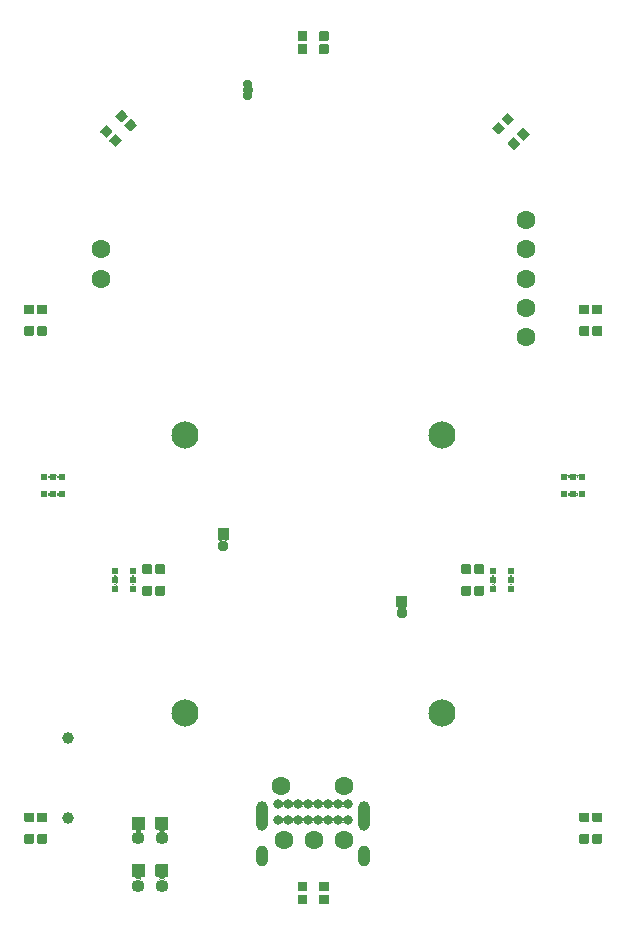
<source format=gbr>
G04 #@! TF.GenerationSoftware,KiCad,Pcbnew,5.1.7-a382d34a8~87~ubuntu18.04.1*
G04 #@! TF.CreationDate,2020-11-02T17:14:04+01:00*
G04 #@! TF.ProjectId,synermycha-electronics,73796e65-726d-4796-9368-612d656c6563,rev?*
G04 #@! TF.SameCoordinates,Original*
G04 #@! TF.FileFunction,Soldermask,Bot*
G04 #@! TF.FilePolarity,Negative*
%FSLAX46Y46*%
G04 Gerber Fmt 4.6, Leading zero omitted, Abs format (unit mm)*
G04 Created by KiCad (PCBNEW 5.1.7-a382d34a8~87~ubuntu18.04.1) date 2020-11-02 17:14:04*
%MOMM*%
%LPD*%
G01*
G04 APERTURE LIST*
%ADD10C,0.602000*%
%ADD11C,1.602000*%
%ADD12C,0.802000*%
%ADD13O,1.002000X2.502000*%
%ADD14O,1.002000X1.802000*%
%ADD15O,0.952000X0.952000*%
%ADD16C,1.002000*%
%ADD17C,2.302000*%
%ADD18C,0.902000*%
%ADD19O,1.102000X1.102000*%
%ADD20C,0.100000*%
G04 APERTURE END LIST*
D10*
X29750000Y-152000000D03*
X28250000Y-152000000D03*
X29750000Y-152750000D03*
X29750000Y-151250000D03*
X28250000Y-151250000D03*
X28250000Y-152750000D03*
X23000000Y-144750000D03*
X23000000Y-143250000D03*
X22250000Y-144750000D03*
X23750000Y-144750000D03*
X23750000Y-143250000D03*
X22250000Y-143250000D03*
X67000000Y-144750000D03*
X67000000Y-143250000D03*
X66250000Y-144750000D03*
X67750000Y-144750000D03*
X67750000Y-143250000D03*
X66250000Y-143250000D03*
X61750000Y-151250000D03*
X61750000Y-152750000D03*
X60250000Y-152750000D03*
X60250000Y-151250000D03*
X61750000Y-152000000D03*
X60250000Y-152000000D03*
D11*
X42500000Y-174000000D03*
X45100000Y-174000000D03*
X63000000Y-121500000D03*
D12*
X42000000Y-171000000D03*
X42850000Y-171000000D03*
X43700000Y-171000000D03*
X44550000Y-171000000D03*
X45400000Y-171000000D03*
X46250000Y-171000000D03*
X47100000Y-171000000D03*
X47950000Y-171000000D03*
X42850000Y-172350000D03*
X44550000Y-172350000D03*
X43700000Y-172350000D03*
X42000000Y-172350000D03*
X46250000Y-172350000D03*
X47100000Y-172350000D03*
X47950000Y-172350000D03*
X45400000Y-172350000D03*
D13*
X40650000Y-171980000D03*
X49300000Y-171980000D03*
D14*
X40650000Y-175360000D03*
X49300000Y-175360000D03*
D11*
X47600000Y-169400000D03*
X42250000Y-169400000D03*
X47600000Y-174000000D03*
X27000000Y-124000000D03*
X27000000Y-126500000D03*
X63000000Y-124000000D03*
X63000000Y-126500000D03*
X63000000Y-131400000D03*
X63000000Y-129000000D03*
G36*
G01*
X30549000Y-153265001D02*
X30549000Y-152564999D01*
G75*
G02*
X30599999Y-152514000I50999J0D01*
G01*
X31300001Y-152514000D01*
G75*
G02*
X31351000Y-152564999I0J-50999D01*
G01*
X31351000Y-153265001D01*
G75*
G02*
X31300001Y-153316000I-50999J0D01*
G01*
X30599999Y-153316000D01*
G75*
G02*
X30549000Y-153265001I0J50999D01*
G01*
G37*
G36*
G01*
X31649000Y-153265001D02*
X31649000Y-152564999D01*
G75*
G02*
X31699999Y-152514000I50999J0D01*
G01*
X32400001Y-152514000D01*
G75*
G02*
X32451000Y-152564999I0J-50999D01*
G01*
X32451000Y-153265001D01*
G75*
G02*
X32400001Y-153316000I-50999J0D01*
G01*
X31699999Y-153316000D01*
G75*
G02*
X31649000Y-153265001I0J50999D01*
G01*
G37*
G36*
G01*
X31649000Y-151435001D02*
X31649000Y-150734999D01*
G75*
G02*
X31699999Y-150684000I50999J0D01*
G01*
X32400001Y-150684000D01*
G75*
G02*
X32451000Y-150734999I0J-50999D01*
G01*
X32451000Y-151435001D01*
G75*
G02*
X32400001Y-151486000I-50999J0D01*
G01*
X31699999Y-151486000D01*
G75*
G02*
X31649000Y-151435001I0J50999D01*
G01*
G37*
G36*
G01*
X30549000Y-151435001D02*
X30549000Y-150734999D01*
G75*
G02*
X30599999Y-150684000I50999J0D01*
G01*
X31300001Y-150684000D01*
G75*
G02*
X31351000Y-150734999I0J-50999D01*
G01*
X31351000Y-151435001D01*
G75*
G02*
X31300001Y-151486000I-50999J0D01*
G01*
X30599999Y-151486000D01*
G75*
G02*
X30549000Y-151435001I0J50999D01*
G01*
G37*
G36*
G01*
X20549000Y-131265001D02*
X20549000Y-130564999D01*
G75*
G02*
X20599999Y-130514000I50999J0D01*
G01*
X21300001Y-130514000D01*
G75*
G02*
X21351000Y-130564999I0J-50999D01*
G01*
X21351000Y-131265001D01*
G75*
G02*
X21300001Y-131316000I-50999J0D01*
G01*
X20599999Y-131316000D01*
G75*
G02*
X20549000Y-131265001I0J50999D01*
G01*
G37*
G36*
G01*
X21649000Y-131265001D02*
X21649000Y-130564999D01*
G75*
G02*
X21699999Y-130514000I50999J0D01*
G01*
X22400001Y-130514000D01*
G75*
G02*
X22451000Y-130564999I0J-50999D01*
G01*
X22451000Y-131265001D01*
G75*
G02*
X22400001Y-131316000I-50999J0D01*
G01*
X21699999Y-131316000D01*
G75*
G02*
X21649000Y-131265001I0J50999D01*
G01*
G37*
G36*
G01*
X21649000Y-129435001D02*
X21649000Y-128734999D01*
G75*
G02*
X21699999Y-128684000I50999J0D01*
G01*
X22400001Y-128684000D01*
G75*
G02*
X22451000Y-128734999I0J-50999D01*
G01*
X22451000Y-129435001D01*
G75*
G02*
X22400001Y-129486000I-50999J0D01*
G01*
X21699999Y-129486000D01*
G75*
G02*
X21649000Y-129435001I0J50999D01*
G01*
G37*
G36*
G01*
X20549000Y-129435001D02*
X20549000Y-128734999D01*
G75*
G02*
X20599999Y-128684000I50999J0D01*
G01*
X21300001Y-128684000D01*
G75*
G02*
X21351000Y-128734999I0J-50999D01*
G01*
X21351000Y-129435001D01*
G75*
G02*
X21300001Y-129486000I-50999J0D01*
G01*
X20599999Y-129486000D01*
G75*
G02*
X20549000Y-129435001I0J50999D01*
G01*
G37*
G36*
G01*
X43734999Y-105549000D02*
X44435001Y-105549000D01*
G75*
G02*
X44486000Y-105599999I0J-50999D01*
G01*
X44486000Y-106300001D01*
G75*
G02*
X44435001Y-106351000I-50999J0D01*
G01*
X43734999Y-106351000D01*
G75*
G02*
X43684000Y-106300001I0J50999D01*
G01*
X43684000Y-105599999D01*
G75*
G02*
X43734999Y-105549000I50999J0D01*
G01*
G37*
G36*
G01*
X43734999Y-106649000D02*
X44435001Y-106649000D01*
G75*
G02*
X44486000Y-106699999I0J-50999D01*
G01*
X44486000Y-107400001D01*
G75*
G02*
X44435001Y-107451000I-50999J0D01*
G01*
X43734999Y-107451000D01*
G75*
G02*
X43684000Y-107400001I0J50999D01*
G01*
X43684000Y-106699999D01*
G75*
G02*
X43734999Y-106649000I50999J0D01*
G01*
G37*
G36*
G01*
X45564999Y-106649000D02*
X46265001Y-106649000D01*
G75*
G02*
X46316000Y-106699999I0J-50999D01*
G01*
X46316000Y-107400001D01*
G75*
G02*
X46265001Y-107451000I-50999J0D01*
G01*
X45564999Y-107451000D01*
G75*
G02*
X45514000Y-107400001I0J50999D01*
G01*
X45514000Y-106699999D01*
G75*
G02*
X45564999Y-106649000I50999J0D01*
G01*
G37*
G36*
G01*
X45564999Y-105549000D02*
X46265001Y-105549000D01*
G75*
G02*
X46316000Y-105599999I0J-50999D01*
G01*
X46316000Y-106300001D01*
G75*
G02*
X46265001Y-106351000I-50999J0D01*
G01*
X45564999Y-106351000D01*
G75*
G02*
X45514000Y-106300001I0J50999D01*
G01*
X45514000Y-105599999D01*
G75*
G02*
X45564999Y-105549000I50999J0D01*
G01*
G37*
G36*
G01*
X69451000Y-128734999D02*
X69451000Y-129435001D01*
G75*
G02*
X69400001Y-129486000I-50999J0D01*
G01*
X68699999Y-129486000D01*
G75*
G02*
X68649000Y-129435001I0J50999D01*
G01*
X68649000Y-128734999D01*
G75*
G02*
X68699999Y-128684000I50999J0D01*
G01*
X69400001Y-128684000D01*
G75*
G02*
X69451000Y-128734999I0J-50999D01*
G01*
G37*
G36*
G01*
X68351000Y-128734999D02*
X68351000Y-129435001D01*
G75*
G02*
X68300001Y-129486000I-50999J0D01*
G01*
X67599999Y-129486000D01*
G75*
G02*
X67549000Y-129435001I0J50999D01*
G01*
X67549000Y-128734999D01*
G75*
G02*
X67599999Y-128684000I50999J0D01*
G01*
X68300001Y-128684000D01*
G75*
G02*
X68351000Y-128734999I0J-50999D01*
G01*
G37*
G36*
G01*
X68351000Y-130564999D02*
X68351000Y-131265001D01*
G75*
G02*
X68300001Y-131316000I-50999J0D01*
G01*
X67599999Y-131316000D01*
G75*
G02*
X67549000Y-131265001I0J50999D01*
G01*
X67549000Y-130564999D01*
G75*
G02*
X67599999Y-130514000I50999J0D01*
G01*
X68300001Y-130514000D01*
G75*
G02*
X68351000Y-130564999I0J-50999D01*
G01*
G37*
G36*
G01*
X69451000Y-130564999D02*
X69451000Y-131265001D01*
G75*
G02*
X69400001Y-131316000I-50999J0D01*
G01*
X68699999Y-131316000D01*
G75*
G02*
X68649000Y-131265001I0J50999D01*
G01*
X68649000Y-130564999D01*
G75*
G02*
X68699999Y-130514000I50999J0D01*
G01*
X69400001Y-130514000D01*
G75*
G02*
X69451000Y-130564999I0J-50999D01*
G01*
G37*
G36*
G01*
X59451000Y-150734999D02*
X59451000Y-151435001D01*
G75*
G02*
X59400001Y-151486000I-50999J0D01*
G01*
X58699999Y-151486000D01*
G75*
G02*
X58649000Y-151435001I0J50999D01*
G01*
X58649000Y-150734999D01*
G75*
G02*
X58699999Y-150684000I50999J0D01*
G01*
X59400001Y-150684000D01*
G75*
G02*
X59451000Y-150734999I0J-50999D01*
G01*
G37*
G36*
G01*
X58351000Y-150734999D02*
X58351000Y-151435001D01*
G75*
G02*
X58300001Y-151486000I-50999J0D01*
G01*
X57599999Y-151486000D01*
G75*
G02*
X57549000Y-151435001I0J50999D01*
G01*
X57549000Y-150734999D01*
G75*
G02*
X57599999Y-150684000I50999J0D01*
G01*
X58300001Y-150684000D01*
G75*
G02*
X58351000Y-150734999I0J-50999D01*
G01*
G37*
G36*
G01*
X58351000Y-152564999D02*
X58351000Y-153265001D01*
G75*
G02*
X58300001Y-153316000I-50999J0D01*
G01*
X57599999Y-153316000D01*
G75*
G02*
X57549000Y-153265001I0J50999D01*
G01*
X57549000Y-152564999D01*
G75*
G02*
X57599999Y-152514000I50999J0D01*
G01*
X58300001Y-152514000D01*
G75*
G02*
X58351000Y-152564999I0J-50999D01*
G01*
G37*
G36*
G01*
X59451000Y-152564999D02*
X59451000Y-153265001D01*
G75*
G02*
X59400001Y-153316000I-50999J0D01*
G01*
X58699999Y-153316000D01*
G75*
G02*
X58649000Y-153265001I0J50999D01*
G01*
X58649000Y-152564999D01*
G75*
G02*
X58699999Y-152514000I50999J0D01*
G01*
X59400001Y-152514000D01*
G75*
G02*
X59451000Y-152564999I0J-50999D01*
G01*
G37*
G36*
G01*
X69451000Y-171734999D02*
X69451000Y-172435001D01*
G75*
G02*
X69400001Y-172486000I-50999J0D01*
G01*
X68699999Y-172486000D01*
G75*
G02*
X68649000Y-172435001I0J50999D01*
G01*
X68649000Y-171734999D01*
G75*
G02*
X68699999Y-171684000I50999J0D01*
G01*
X69400001Y-171684000D01*
G75*
G02*
X69451000Y-171734999I0J-50999D01*
G01*
G37*
G36*
G01*
X68351000Y-171734999D02*
X68351000Y-172435001D01*
G75*
G02*
X68300001Y-172486000I-50999J0D01*
G01*
X67599999Y-172486000D01*
G75*
G02*
X67549000Y-172435001I0J50999D01*
G01*
X67549000Y-171734999D01*
G75*
G02*
X67599999Y-171684000I50999J0D01*
G01*
X68300001Y-171684000D01*
G75*
G02*
X68351000Y-171734999I0J-50999D01*
G01*
G37*
G36*
G01*
X68351000Y-173564999D02*
X68351000Y-174265001D01*
G75*
G02*
X68300001Y-174316000I-50999J0D01*
G01*
X67599999Y-174316000D01*
G75*
G02*
X67549000Y-174265001I0J50999D01*
G01*
X67549000Y-173564999D01*
G75*
G02*
X67599999Y-173514000I50999J0D01*
G01*
X68300001Y-173514000D01*
G75*
G02*
X68351000Y-173564999I0J-50999D01*
G01*
G37*
G36*
G01*
X69451000Y-173564999D02*
X69451000Y-174265001D01*
G75*
G02*
X69400001Y-174316000I-50999J0D01*
G01*
X68699999Y-174316000D01*
G75*
G02*
X68649000Y-174265001I0J50999D01*
G01*
X68649000Y-173564999D01*
G75*
G02*
X68699999Y-173514000I50999J0D01*
G01*
X69400001Y-173514000D01*
G75*
G02*
X69451000Y-173564999I0J-50999D01*
G01*
G37*
G36*
G01*
X26933051Y-113972032D02*
X27428027Y-113477056D01*
G75*
G02*
X27500151Y-113477056I36062J-36062D01*
G01*
X27995127Y-113972032D01*
G75*
G02*
X27995127Y-114044156I-36062J-36062D01*
G01*
X27500151Y-114539132D01*
G75*
G02*
X27428027Y-114539132I-36062J36062D01*
G01*
X26933051Y-114044156D01*
G75*
G02*
X26933051Y-113972032I36062J36062D01*
G01*
G37*
G36*
G01*
X27710868Y-114749849D02*
X28205844Y-114254873D01*
G75*
G02*
X28277968Y-114254873I36062J-36062D01*
G01*
X28772944Y-114749849D01*
G75*
G02*
X28772944Y-114821973I-36062J-36062D01*
G01*
X28277968Y-115316949D01*
G75*
G02*
X28205844Y-115316949I-36062J36062D01*
G01*
X27710868Y-114821973D01*
G75*
G02*
X27710868Y-114749849I36062J36062D01*
G01*
G37*
G36*
G01*
X29004873Y-113455844D02*
X29499849Y-112960868D01*
G75*
G02*
X29571973Y-112960868I36062J-36062D01*
G01*
X30066949Y-113455844D01*
G75*
G02*
X30066949Y-113527968I-36062J-36062D01*
G01*
X29571973Y-114022944D01*
G75*
G02*
X29499849Y-114022944I-36062J36062D01*
G01*
X29004873Y-113527968D01*
G75*
G02*
X29004873Y-113455844I36062J36062D01*
G01*
G37*
G36*
G01*
X28227056Y-112678027D02*
X28722032Y-112183051D01*
G75*
G02*
X28794156Y-112183051I36062J-36062D01*
G01*
X29289132Y-112678027D01*
G75*
G02*
X29289132Y-112750151I-36062J-36062D01*
G01*
X28794156Y-113245127D01*
G75*
G02*
X28722032Y-113245127I-36062J36062D01*
G01*
X28227056Y-112750151D01*
G75*
G02*
X28227056Y-112678027I36062J36062D01*
G01*
G37*
G36*
G01*
X61527968Y-112433051D02*
X62022944Y-112928027D01*
G75*
G02*
X62022944Y-113000151I-36062J-36062D01*
G01*
X61527968Y-113495127D01*
G75*
G02*
X61455844Y-113495127I-36062J36062D01*
G01*
X60960868Y-113000151D01*
G75*
G02*
X60960868Y-112928027I36062J36062D01*
G01*
X61455844Y-112433051D01*
G75*
G02*
X61527968Y-112433051I36062J-36062D01*
G01*
G37*
G36*
G01*
X60750151Y-113210868D02*
X61245127Y-113705844D01*
G75*
G02*
X61245127Y-113777968I-36062J-36062D01*
G01*
X60750151Y-114272944D01*
G75*
G02*
X60678027Y-114272944I-36062J36062D01*
G01*
X60183051Y-113777968D01*
G75*
G02*
X60183051Y-113705844I36062J36062D01*
G01*
X60678027Y-113210868D01*
G75*
G02*
X60750151Y-113210868I36062J-36062D01*
G01*
G37*
G36*
G01*
X62044156Y-114504873D02*
X62539132Y-114999849D01*
G75*
G02*
X62539132Y-115071973I-36062J-36062D01*
G01*
X62044156Y-115566949D01*
G75*
G02*
X61972032Y-115566949I-36062J36062D01*
G01*
X61477056Y-115071973D01*
G75*
G02*
X61477056Y-114999849I36062J36062D01*
G01*
X61972032Y-114504873D01*
G75*
G02*
X62044156Y-114504873I36062J-36062D01*
G01*
G37*
G36*
G01*
X62821973Y-113727056D02*
X63316949Y-114222032D01*
G75*
G02*
X63316949Y-114294156I-36062J-36062D01*
G01*
X62821973Y-114789132D01*
G75*
G02*
X62749849Y-114789132I-36062J36062D01*
G01*
X62254873Y-114294156D01*
G75*
G02*
X62254873Y-114222032I36062J36062D01*
G01*
X62749849Y-113727056D01*
G75*
G02*
X62821973Y-113727056I36062J-36062D01*
G01*
G37*
G36*
G01*
X46265001Y-179451000D02*
X45564999Y-179451000D01*
G75*
G02*
X45514000Y-179400001I0J50999D01*
G01*
X45514000Y-178699999D01*
G75*
G02*
X45564999Y-178649000I50999J0D01*
G01*
X46265001Y-178649000D01*
G75*
G02*
X46316000Y-178699999I0J-50999D01*
G01*
X46316000Y-179400001D01*
G75*
G02*
X46265001Y-179451000I-50999J0D01*
G01*
G37*
G36*
G01*
X46265001Y-178351000D02*
X45564999Y-178351000D01*
G75*
G02*
X45514000Y-178300001I0J50999D01*
G01*
X45514000Y-177599999D01*
G75*
G02*
X45564999Y-177549000I50999J0D01*
G01*
X46265001Y-177549000D01*
G75*
G02*
X46316000Y-177599999I0J-50999D01*
G01*
X46316000Y-178300001D01*
G75*
G02*
X46265001Y-178351000I-50999J0D01*
G01*
G37*
G36*
G01*
X44435001Y-178351000D02*
X43734999Y-178351000D01*
G75*
G02*
X43684000Y-178300001I0J50999D01*
G01*
X43684000Y-177599999D01*
G75*
G02*
X43734999Y-177549000I50999J0D01*
G01*
X44435001Y-177549000D01*
G75*
G02*
X44486000Y-177599999I0J-50999D01*
G01*
X44486000Y-178300001D01*
G75*
G02*
X44435001Y-178351000I-50999J0D01*
G01*
G37*
G36*
G01*
X44435001Y-179451000D02*
X43734999Y-179451000D01*
G75*
G02*
X43684000Y-179400001I0J50999D01*
G01*
X43684000Y-178699999D01*
G75*
G02*
X43734999Y-178649000I50999J0D01*
G01*
X44435001Y-178649000D01*
G75*
G02*
X44486000Y-178699999I0J-50999D01*
G01*
X44486000Y-179400001D01*
G75*
G02*
X44435001Y-179451000I-50999J0D01*
G01*
G37*
G36*
G01*
X20549000Y-174265001D02*
X20549000Y-173564999D01*
G75*
G02*
X20599999Y-173514000I50999J0D01*
G01*
X21300001Y-173514000D01*
G75*
G02*
X21351000Y-173564999I0J-50999D01*
G01*
X21351000Y-174265001D01*
G75*
G02*
X21300001Y-174316000I-50999J0D01*
G01*
X20599999Y-174316000D01*
G75*
G02*
X20549000Y-174265001I0J50999D01*
G01*
G37*
G36*
G01*
X21649000Y-174265001D02*
X21649000Y-173564999D01*
G75*
G02*
X21699999Y-173514000I50999J0D01*
G01*
X22400001Y-173514000D01*
G75*
G02*
X22451000Y-173564999I0J-50999D01*
G01*
X22451000Y-174265001D01*
G75*
G02*
X22400001Y-174316000I-50999J0D01*
G01*
X21699999Y-174316000D01*
G75*
G02*
X21649000Y-174265001I0J50999D01*
G01*
G37*
G36*
G01*
X21649000Y-172435001D02*
X21649000Y-171734999D01*
G75*
G02*
X21699999Y-171684000I50999J0D01*
G01*
X22400001Y-171684000D01*
G75*
G02*
X22451000Y-171734999I0J-50999D01*
G01*
X22451000Y-172435001D01*
G75*
G02*
X22400001Y-172486000I-50999J0D01*
G01*
X21699999Y-172486000D01*
G75*
G02*
X21649000Y-172435001I0J50999D01*
G01*
G37*
G36*
G01*
X20549000Y-172435001D02*
X20549000Y-171734999D01*
G75*
G02*
X20599999Y-171684000I50999J0D01*
G01*
X21300001Y-171684000D01*
G75*
G02*
X21351000Y-171734999I0J-50999D01*
G01*
X21351000Y-172435001D01*
G75*
G02*
X21300001Y-172486000I-50999J0D01*
G01*
X20599999Y-172486000D01*
G75*
G02*
X20549000Y-172435001I0J50999D01*
G01*
G37*
D15*
X37400000Y-149100000D03*
G36*
G01*
X36924000Y-148525000D02*
X36924000Y-147675000D01*
G75*
G02*
X36975000Y-147624000I51000J0D01*
G01*
X37825000Y-147624000D01*
G75*
G02*
X37876000Y-147675000I0J-51000D01*
G01*
X37876000Y-148525000D01*
G75*
G02*
X37825000Y-148576000I-51000J0D01*
G01*
X36975000Y-148576000D01*
G75*
G02*
X36924000Y-148525000I0J51000D01*
G01*
G37*
X52500000Y-154800000D03*
G36*
G01*
X52024000Y-154225000D02*
X52024000Y-153375000D01*
G75*
G02*
X52075000Y-153324000I51000J0D01*
G01*
X52925000Y-153324000D01*
G75*
G02*
X52976000Y-153375000I0J-51000D01*
G01*
X52976000Y-154225000D01*
G75*
G02*
X52925000Y-154276000I-51000J0D01*
G01*
X52075000Y-154276000D01*
G75*
G02*
X52024000Y-154225000I0J51000D01*
G01*
G37*
D16*
X24250000Y-165350000D03*
X24250000Y-172150000D03*
G36*
G01*
X39252000Y-110639000D02*
X39648000Y-110639000D01*
G75*
G02*
X39821000Y-110812000I0J-173000D01*
G01*
X39821000Y-111158000D01*
G75*
G02*
X39648000Y-111331000I-173000J0D01*
G01*
X39252000Y-111331000D01*
G75*
G02*
X39079000Y-111158000I0J173000D01*
G01*
X39079000Y-110812000D01*
G75*
G02*
X39252000Y-110639000I173000J0D01*
G01*
G37*
G36*
G01*
X39252000Y-109669000D02*
X39648000Y-109669000D01*
G75*
G02*
X39821000Y-109842000I0J-173000D01*
G01*
X39821000Y-110188000D01*
G75*
G02*
X39648000Y-110361000I-173000J0D01*
G01*
X39252000Y-110361000D01*
G75*
G02*
X39079000Y-110188000I0J173000D01*
G01*
X39079000Y-109842000D01*
G75*
G02*
X39252000Y-109669000I173000J0D01*
G01*
G37*
D17*
X34125000Y-139750000D03*
X55875000Y-139750000D03*
X34125000Y-163250000D03*
X55875000Y-163250000D03*
D18*
X39450000Y-110500000D03*
D19*
X32200000Y-173870000D03*
G36*
G01*
X31649000Y-173100000D02*
X31649000Y-172100000D01*
G75*
G02*
X31700000Y-172049000I51000J0D01*
G01*
X32700000Y-172049000D01*
G75*
G02*
X32751000Y-172100000I0J-51000D01*
G01*
X32751000Y-173100000D01*
G75*
G02*
X32700000Y-173151000I-51000J0D01*
G01*
X31700000Y-173151000D01*
G75*
G02*
X31649000Y-173100000I0J51000D01*
G01*
G37*
X30200000Y-177870000D03*
G36*
G01*
X29649000Y-177100000D02*
X29649000Y-176100000D01*
G75*
G02*
X29700000Y-176049000I51000J0D01*
G01*
X30700000Y-176049000D01*
G75*
G02*
X30751000Y-176100000I0J-51000D01*
G01*
X30751000Y-177100000D01*
G75*
G02*
X30700000Y-177151000I-51000J0D01*
G01*
X29700000Y-177151000D01*
G75*
G02*
X29649000Y-177100000I0J51000D01*
G01*
G37*
X30200000Y-173870000D03*
G36*
G01*
X29649000Y-173100000D02*
X29649000Y-172100000D01*
G75*
G02*
X29700000Y-172049000I51000J0D01*
G01*
X30700000Y-172049000D01*
G75*
G02*
X30751000Y-172100000I0J-51000D01*
G01*
X30751000Y-173100000D01*
G75*
G02*
X30700000Y-173151000I-51000J0D01*
G01*
X29700000Y-173151000D01*
G75*
G02*
X29649000Y-173100000I0J51000D01*
G01*
G37*
X32200000Y-177870000D03*
G36*
G01*
X31649000Y-177100000D02*
X31649000Y-176100000D01*
G75*
G02*
X31700000Y-176049000I51000J0D01*
G01*
X32700000Y-176049000D01*
G75*
G02*
X32751000Y-176100000I0J-51000D01*
G01*
X32751000Y-177100000D01*
G75*
G02*
X32700000Y-177151000I-51000J0D01*
G01*
X31700000Y-177151000D01*
G75*
G02*
X31649000Y-177100000I0J51000D01*
G01*
G37*
D20*
G36*
X32523654Y-177150000D02*
G01*
X32523654Y-177152000D01*
X32522118Y-177152990D01*
X32497931Y-177155372D01*
X32474856Y-177162372D01*
X32453592Y-177173737D01*
X32434955Y-177189032D01*
X32419660Y-177207669D01*
X32408295Y-177228933D01*
X32401295Y-177252008D01*
X32398932Y-177275998D01*
X32401295Y-177299990D01*
X32408295Y-177323065D01*
X32419660Y-177344329D01*
X32434955Y-177362966D01*
X32453670Y-177378324D01*
X32457998Y-177381216D01*
X32458883Y-177383010D01*
X32457772Y-177384673D01*
X32456122Y-177384727D01*
X32359365Y-177344650D01*
X32253808Y-177323653D01*
X32146192Y-177323653D01*
X32040635Y-177344650D01*
X31943878Y-177384727D01*
X31941895Y-177384466D01*
X31941130Y-177382618D01*
X31942002Y-177381216D01*
X31946330Y-177378324D01*
X31965045Y-177362965D01*
X31980340Y-177344328D01*
X31991705Y-177323065D01*
X31998705Y-177299990D01*
X32001068Y-177275998D01*
X31998705Y-177252007D01*
X31991705Y-177228932D01*
X31980340Y-177207669D01*
X31965044Y-177189032D01*
X31946407Y-177173737D01*
X31925144Y-177162372D01*
X31902069Y-177155372D01*
X31877882Y-177152990D01*
X31876256Y-177151825D01*
X31876452Y-177149835D01*
X31878078Y-177149000D01*
X32521922Y-177149000D01*
X32523654Y-177150000D01*
G37*
G36*
X30523654Y-177150000D02*
G01*
X30523654Y-177152000D01*
X30522118Y-177152990D01*
X30497931Y-177155372D01*
X30474856Y-177162372D01*
X30453592Y-177173737D01*
X30434955Y-177189032D01*
X30419660Y-177207669D01*
X30408295Y-177228933D01*
X30401295Y-177252008D01*
X30398932Y-177275998D01*
X30401295Y-177299990D01*
X30408295Y-177323065D01*
X30419660Y-177344329D01*
X30434955Y-177362966D01*
X30453670Y-177378324D01*
X30457998Y-177381216D01*
X30458883Y-177383010D01*
X30457772Y-177384673D01*
X30456122Y-177384727D01*
X30359365Y-177344650D01*
X30253808Y-177323653D01*
X30146192Y-177323653D01*
X30040635Y-177344650D01*
X29943878Y-177384727D01*
X29941895Y-177384466D01*
X29941130Y-177382618D01*
X29942002Y-177381216D01*
X29946330Y-177378324D01*
X29965045Y-177362965D01*
X29980340Y-177344328D01*
X29991705Y-177323065D01*
X29998705Y-177299990D01*
X30001068Y-177275998D01*
X29998705Y-177252007D01*
X29991705Y-177228932D01*
X29980340Y-177207669D01*
X29965044Y-177189032D01*
X29946407Y-177173737D01*
X29925144Y-177162372D01*
X29902069Y-177155372D01*
X29877882Y-177152990D01*
X29876256Y-177151825D01*
X29876452Y-177149835D01*
X29878078Y-177149000D01*
X30521922Y-177149000D01*
X30523654Y-177150000D01*
G37*
G36*
X32523654Y-173150000D02*
G01*
X32523654Y-173152000D01*
X32522118Y-173152990D01*
X32497931Y-173155372D01*
X32474856Y-173162372D01*
X32453592Y-173173737D01*
X32434955Y-173189032D01*
X32419660Y-173207669D01*
X32408295Y-173228933D01*
X32401295Y-173252008D01*
X32398932Y-173275998D01*
X32401295Y-173299990D01*
X32408295Y-173323065D01*
X32419660Y-173344329D01*
X32434955Y-173362966D01*
X32453670Y-173378324D01*
X32457998Y-173381216D01*
X32458883Y-173383010D01*
X32457772Y-173384673D01*
X32456122Y-173384727D01*
X32359365Y-173344650D01*
X32253808Y-173323653D01*
X32146192Y-173323653D01*
X32040635Y-173344650D01*
X31943878Y-173384727D01*
X31941895Y-173384466D01*
X31941130Y-173382618D01*
X31942002Y-173381216D01*
X31946330Y-173378324D01*
X31965045Y-173362965D01*
X31980340Y-173344328D01*
X31991705Y-173323065D01*
X31998705Y-173299990D01*
X32001068Y-173275998D01*
X31998705Y-173252007D01*
X31991705Y-173228932D01*
X31980340Y-173207669D01*
X31965044Y-173189032D01*
X31946407Y-173173737D01*
X31925144Y-173162372D01*
X31902069Y-173155372D01*
X31877882Y-173152990D01*
X31876256Y-173151825D01*
X31876452Y-173149835D01*
X31878078Y-173149000D01*
X32521922Y-173149000D01*
X32523654Y-173150000D01*
G37*
G36*
X30523654Y-173150000D02*
G01*
X30523654Y-173152000D01*
X30522118Y-173152990D01*
X30497931Y-173155372D01*
X30474856Y-173162372D01*
X30453592Y-173173737D01*
X30434955Y-173189032D01*
X30419660Y-173207669D01*
X30408295Y-173228933D01*
X30401295Y-173252008D01*
X30398932Y-173275998D01*
X30401295Y-173299990D01*
X30408295Y-173323065D01*
X30419660Y-173344329D01*
X30434955Y-173362966D01*
X30453670Y-173378324D01*
X30457998Y-173381216D01*
X30458883Y-173383010D01*
X30457772Y-173384673D01*
X30456122Y-173384727D01*
X30359365Y-173344650D01*
X30253808Y-173323653D01*
X30146192Y-173323653D01*
X30040635Y-173344650D01*
X29943878Y-173384727D01*
X29941895Y-173384466D01*
X29941130Y-173382618D01*
X29942002Y-173381216D01*
X29946330Y-173378324D01*
X29965045Y-173362965D01*
X29980340Y-173344328D01*
X29991705Y-173323065D01*
X29998705Y-173299990D01*
X30001068Y-173275998D01*
X29998705Y-173252007D01*
X29991705Y-173228932D01*
X29980340Y-173207669D01*
X29965044Y-173189032D01*
X29946407Y-173173737D01*
X29925144Y-173162372D01*
X29902069Y-173155372D01*
X29877882Y-173152990D01*
X29876256Y-173151825D01*
X29876452Y-173149835D01*
X29878078Y-173149000D01*
X30521922Y-173149000D01*
X30523654Y-173150000D01*
G37*
G36*
X45726509Y-172116767D02*
G01*
X45738033Y-172130810D01*
X45756670Y-172146105D01*
X45777934Y-172157470D01*
X45801009Y-172164470D01*
X45825000Y-172166833D01*
X45848991Y-172164470D01*
X45872066Y-172157470D01*
X45893330Y-172146105D01*
X45911967Y-172130810D01*
X45923491Y-172116767D01*
X45925363Y-172116063D01*
X45926909Y-172117331D01*
X45926700Y-172119147D01*
X45898123Y-172161917D01*
X45868191Y-172234178D01*
X45852931Y-172310894D01*
X45852931Y-172389106D01*
X45868191Y-172465822D01*
X45898123Y-172538083D01*
X45926700Y-172580853D01*
X45926831Y-172582849D01*
X45925168Y-172583960D01*
X45923491Y-172583233D01*
X45911967Y-172569190D01*
X45893330Y-172553895D01*
X45872066Y-172542530D01*
X45848991Y-172535530D01*
X45825000Y-172533167D01*
X45801009Y-172535530D01*
X45777934Y-172542530D01*
X45756670Y-172553895D01*
X45738033Y-172569190D01*
X45726509Y-172583233D01*
X45724637Y-172583937D01*
X45723091Y-172582669D01*
X45723300Y-172580853D01*
X45751877Y-172538083D01*
X45781809Y-172465822D01*
X45797069Y-172389106D01*
X45797069Y-172310894D01*
X45781809Y-172234178D01*
X45751877Y-172161917D01*
X45723300Y-172119147D01*
X45723169Y-172117151D01*
X45724832Y-172116040D01*
X45726509Y-172116767D01*
G37*
G36*
X46576509Y-172116767D02*
G01*
X46588033Y-172130810D01*
X46606670Y-172146105D01*
X46627934Y-172157470D01*
X46651009Y-172164470D01*
X46675000Y-172166833D01*
X46698991Y-172164470D01*
X46722066Y-172157470D01*
X46743330Y-172146105D01*
X46761967Y-172130810D01*
X46773491Y-172116767D01*
X46775363Y-172116063D01*
X46776909Y-172117331D01*
X46776700Y-172119147D01*
X46748123Y-172161917D01*
X46718191Y-172234178D01*
X46702931Y-172310894D01*
X46702931Y-172389106D01*
X46718191Y-172465822D01*
X46748123Y-172538083D01*
X46776700Y-172580853D01*
X46776831Y-172582849D01*
X46775168Y-172583960D01*
X46773491Y-172583233D01*
X46761967Y-172569190D01*
X46743330Y-172553895D01*
X46722066Y-172542530D01*
X46698991Y-172535530D01*
X46675000Y-172533167D01*
X46651009Y-172535530D01*
X46627934Y-172542530D01*
X46606670Y-172553895D01*
X46588033Y-172569190D01*
X46576509Y-172583233D01*
X46574637Y-172583937D01*
X46573091Y-172582669D01*
X46573300Y-172580853D01*
X46601877Y-172538083D01*
X46631809Y-172465822D01*
X46647069Y-172389106D01*
X46647069Y-172310894D01*
X46631809Y-172234178D01*
X46601877Y-172161917D01*
X46573300Y-172119147D01*
X46573169Y-172117151D01*
X46574832Y-172116040D01*
X46576509Y-172116767D01*
G37*
G36*
X44876509Y-172116767D02*
G01*
X44888033Y-172130810D01*
X44906670Y-172146105D01*
X44927934Y-172157470D01*
X44951009Y-172164470D01*
X44975000Y-172166833D01*
X44998991Y-172164470D01*
X45022066Y-172157470D01*
X45043330Y-172146105D01*
X45061967Y-172130810D01*
X45073491Y-172116767D01*
X45075363Y-172116063D01*
X45076909Y-172117331D01*
X45076700Y-172119147D01*
X45048123Y-172161917D01*
X45018191Y-172234178D01*
X45002931Y-172310894D01*
X45002931Y-172389106D01*
X45018191Y-172465822D01*
X45048123Y-172538083D01*
X45076700Y-172580853D01*
X45076831Y-172582849D01*
X45075168Y-172583960D01*
X45073491Y-172583233D01*
X45061967Y-172569190D01*
X45043330Y-172553895D01*
X45022066Y-172542530D01*
X44998991Y-172535530D01*
X44975000Y-172533167D01*
X44951009Y-172535530D01*
X44927934Y-172542530D01*
X44906670Y-172553895D01*
X44888033Y-172569190D01*
X44876509Y-172583233D01*
X44874637Y-172583937D01*
X44873091Y-172582669D01*
X44873300Y-172580853D01*
X44901877Y-172538083D01*
X44931809Y-172465822D01*
X44947069Y-172389106D01*
X44947069Y-172310894D01*
X44931809Y-172234178D01*
X44901877Y-172161917D01*
X44873300Y-172119147D01*
X44873169Y-172117151D01*
X44874832Y-172116040D01*
X44876509Y-172116767D01*
G37*
G36*
X42326509Y-172116767D02*
G01*
X42338033Y-172130810D01*
X42356670Y-172146105D01*
X42377934Y-172157470D01*
X42401009Y-172164470D01*
X42425000Y-172166833D01*
X42448991Y-172164470D01*
X42472066Y-172157470D01*
X42493330Y-172146105D01*
X42511967Y-172130810D01*
X42523491Y-172116767D01*
X42525363Y-172116063D01*
X42526909Y-172117331D01*
X42526700Y-172119147D01*
X42498123Y-172161917D01*
X42468191Y-172234178D01*
X42452931Y-172310894D01*
X42452931Y-172389106D01*
X42468191Y-172465822D01*
X42498123Y-172538083D01*
X42526700Y-172580853D01*
X42526831Y-172582849D01*
X42525168Y-172583960D01*
X42523491Y-172583233D01*
X42511967Y-172569190D01*
X42493330Y-172553895D01*
X42472066Y-172542530D01*
X42448991Y-172535530D01*
X42425000Y-172533167D01*
X42401009Y-172535530D01*
X42377934Y-172542530D01*
X42356670Y-172553895D01*
X42338033Y-172569190D01*
X42326509Y-172583233D01*
X42324637Y-172583937D01*
X42323091Y-172582669D01*
X42323300Y-172580853D01*
X42351877Y-172538083D01*
X42381809Y-172465822D01*
X42397069Y-172389106D01*
X42397069Y-172310894D01*
X42381809Y-172234178D01*
X42351877Y-172161917D01*
X42323300Y-172119147D01*
X42323169Y-172117151D01*
X42324832Y-172116040D01*
X42326509Y-172116767D01*
G37*
G36*
X44026509Y-172116767D02*
G01*
X44038033Y-172130810D01*
X44056670Y-172146105D01*
X44077934Y-172157470D01*
X44101009Y-172164470D01*
X44125000Y-172166833D01*
X44148991Y-172164470D01*
X44172066Y-172157470D01*
X44193330Y-172146105D01*
X44211967Y-172130810D01*
X44223491Y-172116767D01*
X44225363Y-172116063D01*
X44226909Y-172117331D01*
X44226700Y-172119147D01*
X44198123Y-172161917D01*
X44168191Y-172234178D01*
X44152931Y-172310894D01*
X44152931Y-172389106D01*
X44168191Y-172465822D01*
X44198123Y-172538083D01*
X44226700Y-172580853D01*
X44226831Y-172582849D01*
X44225168Y-172583960D01*
X44223491Y-172583233D01*
X44211967Y-172569190D01*
X44193330Y-172553895D01*
X44172066Y-172542530D01*
X44148991Y-172535530D01*
X44125000Y-172533167D01*
X44101009Y-172535530D01*
X44077934Y-172542530D01*
X44056670Y-172553895D01*
X44038033Y-172569190D01*
X44026509Y-172583233D01*
X44024637Y-172583937D01*
X44023091Y-172582669D01*
X44023300Y-172580853D01*
X44051877Y-172538083D01*
X44081809Y-172465822D01*
X44097069Y-172389106D01*
X44097069Y-172310894D01*
X44081809Y-172234178D01*
X44051877Y-172161917D01*
X44023300Y-172119147D01*
X44023169Y-172117151D01*
X44024832Y-172116040D01*
X44026509Y-172116767D01*
G37*
G36*
X47426509Y-172116767D02*
G01*
X47438033Y-172130810D01*
X47456670Y-172146105D01*
X47477934Y-172157470D01*
X47501009Y-172164470D01*
X47525000Y-172166833D01*
X47548991Y-172164470D01*
X47572066Y-172157470D01*
X47593330Y-172146105D01*
X47611967Y-172130810D01*
X47623491Y-172116767D01*
X47625363Y-172116063D01*
X47626909Y-172117331D01*
X47626700Y-172119147D01*
X47598123Y-172161917D01*
X47568191Y-172234178D01*
X47552931Y-172310894D01*
X47552931Y-172389106D01*
X47568191Y-172465822D01*
X47598123Y-172538083D01*
X47626700Y-172580853D01*
X47626831Y-172582849D01*
X47625168Y-172583960D01*
X47623491Y-172583233D01*
X47611967Y-172569190D01*
X47593330Y-172553895D01*
X47572066Y-172542530D01*
X47548991Y-172535530D01*
X47525000Y-172533167D01*
X47501009Y-172535530D01*
X47477934Y-172542530D01*
X47456670Y-172553895D01*
X47438033Y-172569190D01*
X47426509Y-172583233D01*
X47424637Y-172583937D01*
X47423091Y-172582669D01*
X47423300Y-172580853D01*
X47451877Y-172538083D01*
X47481809Y-172465822D01*
X47497069Y-172389106D01*
X47497069Y-172310894D01*
X47481809Y-172234178D01*
X47451877Y-172161917D01*
X47423300Y-172119147D01*
X47423169Y-172117151D01*
X47424832Y-172116040D01*
X47426509Y-172116767D01*
G37*
G36*
X43176509Y-172116767D02*
G01*
X43188033Y-172130810D01*
X43206670Y-172146105D01*
X43227934Y-172157470D01*
X43251009Y-172164470D01*
X43275000Y-172166833D01*
X43298991Y-172164470D01*
X43322066Y-172157470D01*
X43343330Y-172146105D01*
X43361967Y-172130810D01*
X43373491Y-172116767D01*
X43375363Y-172116063D01*
X43376909Y-172117331D01*
X43376700Y-172119147D01*
X43348123Y-172161917D01*
X43318191Y-172234178D01*
X43302931Y-172310894D01*
X43302931Y-172389106D01*
X43318191Y-172465822D01*
X43348123Y-172538083D01*
X43376700Y-172580853D01*
X43376831Y-172582849D01*
X43375168Y-172583960D01*
X43373491Y-172583233D01*
X43361967Y-172569190D01*
X43343330Y-172553895D01*
X43322066Y-172542530D01*
X43298991Y-172535530D01*
X43275000Y-172533167D01*
X43251009Y-172535530D01*
X43227934Y-172542530D01*
X43206670Y-172553895D01*
X43188033Y-172569190D01*
X43176509Y-172583233D01*
X43174637Y-172583937D01*
X43173091Y-172582669D01*
X43173300Y-172580853D01*
X43201877Y-172538083D01*
X43231809Y-172465822D01*
X43247069Y-172389106D01*
X43247069Y-172310894D01*
X43231809Y-172234178D01*
X43201877Y-172161917D01*
X43173300Y-172119147D01*
X43173169Y-172117151D01*
X43174832Y-172116040D01*
X43176509Y-172116767D01*
G37*
G36*
X44026509Y-170766767D02*
G01*
X44038033Y-170780810D01*
X44056670Y-170796105D01*
X44077934Y-170807470D01*
X44101009Y-170814470D01*
X44125000Y-170816833D01*
X44148991Y-170814470D01*
X44172066Y-170807470D01*
X44193330Y-170796105D01*
X44211967Y-170780810D01*
X44223491Y-170766767D01*
X44225363Y-170766063D01*
X44226909Y-170767331D01*
X44226700Y-170769147D01*
X44198123Y-170811917D01*
X44168191Y-170884178D01*
X44152931Y-170960894D01*
X44152931Y-171039106D01*
X44168191Y-171115822D01*
X44198123Y-171188083D01*
X44226700Y-171230853D01*
X44226831Y-171232849D01*
X44225168Y-171233960D01*
X44223491Y-171233233D01*
X44211967Y-171219190D01*
X44193330Y-171203895D01*
X44172066Y-171192530D01*
X44148991Y-171185530D01*
X44125000Y-171183167D01*
X44101009Y-171185530D01*
X44077934Y-171192530D01*
X44056670Y-171203895D01*
X44038033Y-171219190D01*
X44026509Y-171233233D01*
X44024637Y-171233937D01*
X44023091Y-171232669D01*
X44023300Y-171230853D01*
X44051877Y-171188083D01*
X44081809Y-171115822D01*
X44097069Y-171039106D01*
X44097069Y-170960894D01*
X44081809Y-170884178D01*
X44051877Y-170811917D01*
X44023300Y-170769147D01*
X44023169Y-170767151D01*
X44024832Y-170766040D01*
X44026509Y-170766767D01*
G37*
G36*
X46576509Y-170766767D02*
G01*
X46588033Y-170780810D01*
X46606670Y-170796105D01*
X46627934Y-170807470D01*
X46651009Y-170814470D01*
X46675000Y-170816833D01*
X46698991Y-170814470D01*
X46722066Y-170807470D01*
X46743330Y-170796105D01*
X46761967Y-170780810D01*
X46773491Y-170766767D01*
X46775363Y-170766063D01*
X46776909Y-170767331D01*
X46776700Y-170769147D01*
X46748123Y-170811917D01*
X46718191Y-170884178D01*
X46702931Y-170960894D01*
X46702931Y-171039106D01*
X46718191Y-171115822D01*
X46748123Y-171188083D01*
X46776700Y-171230853D01*
X46776831Y-171232849D01*
X46775168Y-171233960D01*
X46773491Y-171233233D01*
X46761967Y-171219190D01*
X46743330Y-171203895D01*
X46722066Y-171192530D01*
X46698991Y-171185530D01*
X46675000Y-171183167D01*
X46651009Y-171185530D01*
X46627934Y-171192530D01*
X46606670Y-171203895D01*
X46588033Y-171219190D01*
X46576509Y-171233233D01*
X46574637Y-171233937D01*
X46573091Y-171232669D01*
X46573300Y-171230853D01*
X46601877Y-171188083D01*
X46631809Y-171115822D01*
X46647069Y-171039106D01*
X46647069Y-170960894D01*
X46631809Y-170884178D01*
X46601877Y-170811917D01*
X46573300Y-170769147D01*
X46573169Y-170767151D01*
X46574832Y-170766040D01*
X46576509Y-170766767D01*
G37*
G36*
X43176509Y-170766767D02*
G01*
X43188033Y-170780810D01*
X43206670Y-170796105D01*
X43227934Y-170807470D01*
X43251009Y-170814470D01*
X43275000Y-170816833D01*
X43298991Y-170814470D01*
X43322066Y-170807470D01*
X43343330Y-170796105D01*
X43361967Y-170780810D01*
X43373491Y-170766767D01*
X43375363Y-170766063D01*
X43376909Y-170767331D01*
X43376700Y-170769147D01*
X43348123Y-170811917D01*
X43318191Y-170884178D01*
X43302931Y-170960894D01*
X43302931Y-171039106D01*
X43318191Y-171115822D01*
X43348123Y-171188083D01*
X43376700Y-171230853D01*
X43376831Y-171232849D01*
X43375168Y-171233960D01*
X43373491Y-171233233D01*
X43361967Y-171219190D01*
X43343330Y-171203895D01*
X43322066Y-171192530D01*
X43298991Y-171185530D01*
X43275000Y-171183167D01*
X43251009Y-171185530D01*
X43227934Y-171192530D01*
X43206670Y-171203895D01*
X43188033Y-171219190D01*
X43176509Y-171233233D01*
X43174637Y-171233937D01*
X43173091Y-171232669D01*
X43173300Y-171230853D01*
X43201877Y-171188083D01*
X43231809Y-171115822D01*
X43247069Y-171039106D01*
X43247069Y-170960894D01*
X43231809Y-170884178D01*
X43201877Y-170811917D01*
X43173300Y-170769147D01*
X43173169Y-170767151D01*
X43174832Y-170766040D01*
X43176509Y-170766767D01*
G37*
G36*
X42326509Y-170766767D02*
G01*
X42338033Y-170780810D01*
X42356670Y-170796105D01*
X42377934Y-170807470D01*
X42401009Y-170814470D01*
X42425000Y-170816833D01*
X42448991Y-170814470D01*
X42472066Y-170807470D01*
X42493330Y-170796105D01*
X42511967Y-170780810D01*
X42523491Y-170766767D01*
X42525363Y-170766063D01*
X42526909Y-170767331D01*
X42526700Y-170769147D01*
X42498123Y-170811917D01*
X42468191Y-170884178D01*
X42452931Y-170960894D01*
X42452931Y-171039106D01*
X42468191Y-171115822D01*
X42498123Y-171188083D01*
X42526700Y-171230853D01*
X42526831Y-171232849D01*
X42525168Y-171233960D01*
X42523491Y-171233233D01*
X42511967Y-171219190D01*
X42493330Y-171203895D01*
X42472066Y-171192530D01*
X42448991Y-171185530D01*
X42425000Y-171183167D01*
X42401009Y-171185530D01*
X42377934Y-171192530D01*
X42356670Y-171203895D01*
X42338033Y-171219190D01*
X42326509Y-171233233D01*
X42324637Y-171233937D01*
X42323091Y-171232669D01*
X42323300Y-171230853D01*
X42351877Y-171188083D01*
X42381809Y-171115822D01*
X42397069Y-171039106D01*
X42397069Y-170960894D01*
X42381809Y-170884178D01*
X42351877Y-170811917D01*
X42323300Y-170769147D01*
X42323169Y-170767151D01*
X42324832Y-170766040D01*
X42326509Y-170766767D01*
G37*
G36*
X47426509Y-170766767D02*
G01*
X47438033Y-170780810D01*
X47456670Y-170796105D01*
X47477934Y-170807470D01*
X47501009Y-170814470D01*
X47525000Y-170816833D01*
X47548991Y-170814470D01*
X47572066Y-170807470D01*
X47593330Y-170796105D01*
X47611967Y-170780810D01*
X47623491Y-170766767D01*
X47625363Y-170766063D01*
X47626909Y-170767331D01*
X47626700Y-170769147D01*
X47598123Y-170811917D01*
X47568191Y-170884178D01*
X47552931Y-170960894D01*
X47552931Y-171039106D01*
X47568191Y-171115822D01*
X47598123Y-171188083D01*
X47626700Y-171230853D01*
X47626831Y-171232849D01*
X47625168Y-171233960D01*
X47623491Y-171233233D01*
X47611967Y-171219190D01*
X47593330Y-171203895D01*
X47572066Y-171192530D01*
X47548991Y-171185530D01*
X47525000Y-171183167D01*
X47501009Y-171185530D01*
X47477934Y-171192530D01*
X47456670Y-171203895D01*
X47438033Y-171219190D01*
X47426509Y-171233233D01*
X47424637Y-171233937D01*
X47423091Y-171232669D01*
X47423300Y-171230853D01*
X47451877Y-171188083D01*
X47481809Y-171115822D01*
X47497069Y-171039106D01*
X47497069Y-170960894D01*
X47481809Y-170884178D01*
X47451877Y-170811917D01*
X47423300Y-170769147D01*
X47423169Y-170767151D01*
X47424832Y-170766040D01*
X47426509Y-170766767D01*
G37*
G36*
X44876509Y-170766767D02*
G01*
X44888033Y-170780810D01*
X44906670Y-170796105D01*
X44927934Y-170807470D01*
X44951009Y-170814470D01*
X44975000Y-170816833D01*
X44998991Y-170814470D01*
X45022066Y-170807470D01*
X45043330Y-170796105D01*
X45061967Y-170780810D01*
X45073491Y-170766767D01*
X45075363Y-170766063D01*
X45076909Y-170767331D01*
X45076700Y-170769147D01*
X45048123Y-170811917D01*
X45018191Y-170884178D01*
X45002931Y-170960894D01*
X45002931Y-171039106D01*
X45018191Y-171115822D01*
X45048123Y-171188083D01*
X45076700Y-171230853D01*
X45076831Y-171232849D01*
X45075168Y-171233960D01*
X45073491Y-171233233D01*
X45061967Y-171219190D01*
X45043330Y-171203895D01*
X45022066Y-171192530D01*
X44998991Y-171185530D01*
X44975000Y-171183167D01*
X44951009Y-171185530D01*
X44927934Y-171192530D01*
X44906670Y-171203895D01*
X44888033Y-171219190D01*
X44876509Y-171233233D01*
X44874637Y-171233937D01*
X44873091Y-171232669D01*
X44873300Y-171230853D01*
X44901877Y-171188083D01*
X44931809Y-171115822D01*
X44947069Y-171039106D01*
X44947069Y-170960894D01*
X44931809Y-170884178D01*
X44901877Y-170811917D01*
X44873300Y-170769147D01*
X44873169Y-170767151D01*
X44874832Y-170766040D01*
X44876509Y-170766767D01*
G37*
G36*
X45726509Y-170766767D02*
G01*
X45738033Y-170780810D01*
X45756670Y-170796105D01*
X45777934Y-170807470D01*
X45801009Y-170814470D01*
X45825000Y-170816833D01*
X45848991Y-170814470D01*
X45872066Y-170807470D01*
X45893330Y-170796105D01*
X45911967Y-170780810D01*
X45923491Y-170766767D01*
X45925363Y-170766063D01*
X45926909Y-170767331D01*
X45926700Y-170769147D01*
X45898123Y-170811917D01*
X45868191Y-170884178D01*
X45852931Y-170960894D01*
X45852931Y-171039106D01*
X45868191Y-171115822D01*
X45898123Y-171188083D01*
X45926700Y-171230853D01*
X45926831Y-171232849D01*
X45925168Y-171233960D01*
X45923491Y-171233233D01*
X45911967Y-171219190D01*
X45893330Y-171203895D01*
X45872066Y-171192530D01*
X45848991Y-171185530D01*
X45825000Y-171183167D01*
X45801009Y-171185530D01*
X45777934Y-171192530D01*
X45756670Y-171203895D01*
X45738033Y-171219190D01*
X45726509Y-171233233D01*
X45724637Y-171233937D01*
X45723091Y-171232669D01*
X45723300Y-171230853D01*
X45751877Y-171188083D01*
X45781809Y-171115822D01*
X45797069Y-171039106D01*
X45797069Y-170960894D01*
X45781809Y-170884178D01*
X45751877Y-170811917D01*
X45723300Y-170769147D01*
X45723169Y-170767151D01*
X45724832Y-170766040D01*
X45726509Y-170766767D01*
G37*
G36*
X52948580Y-154275000D02*
G01*
X52948580Y-154277000D01*
X52947044Y-154277990D01*
X52922857Y-154280372D01*
X52899782Y-154287372D01*
X52878518Y-154298737D01*
X52859881Y-154314032D01*
X52844586Y-154332669D01*
X52833221Y-154353933D01*
X52826221Y-154377008D01*
X52823858Y-154400999D01*
X52826221Y-154424990D01*
X52833221Y-154448065D01*
X52844586Y-154469329D01*
X52856112Y-154483373D01*
X52856438Y-154485347D01*
X52854892Y-154486615D01*
X52853152Y-154486056D01*
X52800697Y-154433601D01*
X52723438Y-154381978D01*
X52637594Y-154346420D01*
X52546457Y-154328292D01*
X52453543Y-154328292D01*
X52362406Y-154346420D01*
X52276562Y-154381978D01*
X52199303Y-154433601D01*
X52146848Y-154486056D01*
X52144916Y-154486574D01*
X52143502Y-154485160D01*
X52143888Y-154483373D01*
X52155414Y-154469329D01*
X52166779Y-154448065D01*
X52173779Y-154424990D01*
X52176142Y-154400999D01*
X52173779Y-154377008D01*
X52166779Y-154353933D01*
X52155414Y-154332669D01*
X52140119Y-154314032D01*
X52121482Y-154298737D01*
X52100218Y-154287372D01*
X52077143Y-154280372D01*
X52052956Y-154277990D01*
X52051330Y-154276825D01*
X52051526Y-154274835D01*
X52053152Y-154274000D01*
X52946848Y-154274000D01*
X52948580Y-154275000D01*
G37*
G36*
X28390266Y-152265048D02*
G01*
X28391031Y-152266896D01*
X28390159Y-152268298D01*
X28383608Y-152272675D01*
X28364893Y-152288034D01*
X28349598Y-152306671D01*
X28338233Y-152327935D01*
X28331233Y-152351010D01*
X28328870Y-152375001D01*
X28331233Y-152398992D01*
X28338233Y-152422067D01*
X28349599Y-152443330D01*
X28364894Y-152461967D01*
X28383608Y-152477325D01*
X28390159Y-152481702D01*
X28391044Y-152483496D01*
X28389933Y-152485159D01*
X28388283Y-152485213D01*
X28336794Y-152463885D01*
X28279304Y-152452449D01*
X28220696Y-152452449D01*
X28163206Y-152463885D01*
X28111717Y-152485213D01*
X28109734Y-152484952D01*
X28108969Y-152483104D01*
X28109841Y-152481702D01*
X28116392Y-152477325D01*
X28135107Y-152461966D01*
X28150402Y-152443329D01*
X28161767Y-152422065D01*
X28168767Y-152398990D01*
X28171130Y-152374999D01*
X28168767Y-152351008D01*
X28161767Y-152327933D01*
X28150401Y-152306670D01*
X28135106Y-152288033D01*
X28116392Y-152272675D01*
X28109841Y-152268298D01*
X28108956Y-152266504D01*
X28110067Y-152264841D01*
X28111717Y-152264787D01*
X28163206Y-152286115D01*
X28220696Y-152297551D01*
X28279304Y-152297551D01*
X28336794Y-152286115D01*
X28388283Y-152264787D01*
X28390266Y-152265048D01*
G37*
G36*
X29890266Y-152265048D02*
G01*
X29891031Y-152266896D01*
X29890159Y-152268298D01*
X29883608Y-152272675D01*
X29864893Y-152288034D01*
X29849598Y-152306671D01*
X29838233Y-152327935D01*
X29831233Y-152351010D01*
X29828870Y-152375001D01*
X29831233Y-152398992D01*
X29838233Y-152422067D01*
X29849599Y-152443330D01*
X29864894Y-152461967D01*
X29883608Y-152477325D01*
X29890159Y-152481702D01*
X29891044Y-152483496D01*
X29889933Y-152485159D01*
X29888283Y-152485213D01*
X29836794Y-152463885D01*
X29779304Y-152452449D01*
X29720696Y-152452449D01*
X29663206Y-152463885D01*
X29611717Y-152485213D01*
X29609734Y-152484952D01*
X29608969Y-152483104D01*
X29609841Y-152481702D01*
X29616392Y-152477325D01*
X29635107Y-152461966D01*
X29650402Y-152443329D01*
X29661767Y-152422065D01*
X29668767Y-152398990D01*
X29671130Y-152374999D01*
X29668767Y-152351008D01*
X29661767Y-152327933D01*
X29650401Y-152306670D01*
X29635106Y-152288033D01*
X29616392Y-152272675D01*
X29609841Y-152268298D01*
X29608956Y-152266504D01*
X29610067Y-152264841D01*
X29611717Y-152264787D01*
X29663206Y-152286115D01*
X29720696Y-152297551D01*
X29779304Y-152297551D01*
X29836794Y-152286115D01*
X29888283Y-152264787D01*
X29890266Y-152265048D01*
G37*
G36*
X60390266Y-152265048D02*
G01*
X60391031Y-152266896D01*
X60390159Y-152268298D01*
X60383608Y-152272675D01*
X60364893Y-152288034D01*
X60349598Y-152306671D01*
X60338233Y-152327935D01*
X60331233Y-152351010D01*
X60328870Y-152375001D01*
X60331233Y-152398992D01*
X60338233Y-152422067D01*
X60349599Y-152443330D01*
X60364894Y-152461967D01*
X60383608Y-152477325D01*
X60390159Y-152481702D01*
X60391044Y-152483496D01*
X60389933Y-152485159D01*
X60388283Y-152485213D01*
X60336794Y-152463885D01*
X60279304Y-152452449D01*
X60220696Y-152452449D01*
X60163206Y-152463885D01*
X60111717Y-152485213D01*
X60109734Y-152484952D01*
X60108969Y-152483104D01*
X60109841Y-152481702D01*
X60116392Y-152477325D01*
X60135107Y-152461966D01*
X60150402Y-152443329D01*
X60161767Y-152422065D01*
X60168767Y-152398990D01*
X60171130Y-152374999D01*
X60168767Y-152351008D01*
X60161767Y-152327933D01*
X60150401Y-152306670D01*
X60135106Y-152288033D01*
X60116392Y-152272675D01*
X60109841Y-152268298D01*
X60108956Y-152266504D01*
X60110067Y-152264841D01*
X60111717Y-152264787D01*
X60163206Y-152286115D01*
X60220696Y-152297551D01*
X60279304Y-152297551D01*
X60336794Y-152286115D01*
X60388283Y-152264787D01*
X60390266Y-152265048D01*
G37*
G36*
X61890266Y-152265048D02*
G01*
X61891031Y-152266896D01*
X61890159Y-152268298D01*
X61883608Y-152272675D01*
X61864893Y-152288034D01*
X61849598Y-152306671D01*
X61838233Y-152327935D01*
X61831233Y-152351010D01*
X61828870Y-152375001D01*
X61831233Y-152398992D01*
X61838233Y-152422067D01*
X61849599Y-152443330D01*
X61864894Y-152461967D01*
X61883608Y-152477325D01*
X61890159Y-152481702D01*
X61891044Y-152483496D01*
X61889933Y-152485159D01*
X61888283Y-152485213D01*
X61836794Y-152463885D01*
X61779304Y-152452449D01*
X61720696Y-152452449D01*
X61663206Y-152463885D01*
X61611717Y-152485213D01*
X61609734Y-152484952D01*
X61608969Y-152483104D01*
X61609841Y-152481702D01*
X61616392Y-152477325D01*
X61635107Y-152461966D01*
X61650402Y-152443329D01*
X61661767Y-152422065D01*
X61668767Y-152398990D01*
X61671130Y-152374999D01*
X61668767Y-152351008D01*
X61661767Y-152327933D01*
X61650401Y-152306670D01*
X61635106Y-152288033D01*
X61616392Y-152272675D01*
X61609841Y-152268298D01*
X61608956Y-152266504D01*
X61610067Y-152264841D01*
X61611717Y-152264787D01*
X61663206Y-152286115D01*
X61720696Y-152297551D01*
X61779304Y-152297551D01*
X61836794Y-152286115D01*
X61888283Y-152264787D01*
X61890266Y-152265048D01*
G37*
G36*
X28390266Y-151515048D02*
G01*
X28391031Y-151516896D01*
X28390159Y-151518298D01*
X28383608Y-151522675D01*
X28364893Y-151538034D01*
X28349598Y-151556671D01*
X28338233Y-151577935D01*
X28331233Y-151601010D01*
X28328870Y-151625001D01*
X28331233Y-151648992D01*
X28338233Y-151672067D01*
X28349599Y-151693330D01*
X28364894Y-151711967D01*
X28383608Y-151727325D01*
X28390159Y-151731702D01*
X28391044Y-151733496D01*
X28389933Y-151735159D01*
X28388283Y-151735213D01*
X28336794Y-151713885D01*
X28279304Y-151702449D01*
X28220696Y-151702449D01*
X28163206Y-151713885D01*
X28111717Y-151735213D01*
X28109734Y-151734952D01*
X28108969Y-151733104D01*
X28109841Y-151731702D01*
X28116392Y-151727325D01*
X28135107Y-151711966D01*
X28150402Y-151693329D01*
X28161767Y-151672065D01*
X28168767Y-151648990D01*
X28171130Y-151624999D01*
X28168767Y-151601008D01*
X28161767Y-151577933D01*
X28150401Y-151556670D01*
X28135106Y-151538033D01*
X28116392Y-151522675D01*
X28109841Y-151518298D01*
X28108956Y-151516504D01*
X28110067Y-151514841D01*
X28111717Y-151514787D01*
X28163206Y-151536115D01*
X28220696Y-151547551D01*
X28279304Y-151547551D01*
X28336794Y-151536115D01*
X28388283Y-151514787D01*
X28390266Y-151515048D01*
G37*
G36*
X60390266Y-151515048D02*
G01*
X60391031Y-151516896D01*
X60390159Y-151518298D01*
X60383608Y-151522675D01*
X60364893Y-151538034D01*
X60349598Y-151556671D01*
X60338233Y-151577935D01*
X60331233Y-151601010D01*
X60328870Y-151625001D01*
X60331233Y-151648992D01*
X60338233Y-151672067D01*
X60349599Y-151693330D01*
X60364894Y-151711967D01*
X60383608Y-151727325D01*
X60390159Y-151731702D01*
X60391044Y-151733496D01*
X60389933Y-151735159D01*
X60388283Y-151735213D01*
X60336794Y-151713885D01*
X60279304Y-151702449D01*
X60220696Y-151702449D01*
X60163206Y-151713885D01*
X60111717Y-151735213D01*
X60109734Y-151734952D01*
X60108969Y-151733104D01*
X60109841Y-151731702D01*
X60116392Y-151727325D01*
X60135107Y-151711966D01*
X60150402Y-151693329D01*
X60161767Y-151672065D01*
X60168767Y-151648990D01*
X60171130Y-151624999D01*
X60168767Y-151601008D01*
X60161767Y-151577933D01*
X60150401Y-151556670D01*
X60135106Y-151538033D01*
X60116392Y-151522675D01*
X60109841Y-151518298D01*
X60108956Y-151516504D01*
X60110067Y-151514841D01*
X60111717Y-151514787D01*
X60163206Y-151536115D01*
X60220696Y-151547551D01*
X60279304Y-151547551D01*
X60336794Y-151536115D01*
X60388283Y-151514787D01*
X60390266Y-151515048D01*
G37*
G36*
X29890266Y-151515048D02*
G01*
X29891031Y-151516896D01*
X29890159Y-151518298D01*
X29883608Y-151522675D01*
X29864893Y-151538034D01*
X29849598Y-151556671D01*
X29838233Y-151577935D01*
X29831233Y-151601010D01*
X29828870Y-151625001D01*
X29831233Y-151648992D01*
X29838233Y-151672067D01*
X29849599Y-151693330D01*
X29864894Y-151711967D01*
X29883608Y-151727325D01*
X29890159Y-151731702D01*
X29891044Y-151733496D01*
X29889933Y-151735159D01*
X29888283Y-151735213D01*
X29836794Y-151713885D01*
X29779304Y-151702449D01*
X29720696Y-151702449D01*
X29663206Y-151713885D01*
X29611717Y-151735213D01*
X29609734Y-151734952D01*
X29608969Y-151733104D01*
X29609841Y-151731702D01*
X29616392Y-151727325D01*
X29635107Y-151711966D01*
X29650402Y-151693329D01*
X29661767Y-151672065D01*
X29668767Y-151648990D01*
X29671130Y-151624999D01*
X29668767Y-151601008D01*
X29661767Y-151577933D01*
X29650401Y-151556670D01*
X29635106Y-151538033D01*
X29616392Y-151522675D01*
X29609841Y-151518298D01*
X29608956Y-151516504D01*
X29610067Y-151514841D01*
X29611717Y-151514787D01*
X29663206Y-151536115D01*
X29720696Y-151547551D01*
X29779304Y-151547551D01*
X29836794Y-151536115D01*
X29888283Y-151514787D01*
X29890266Y-151515048D01*
G37*
G36*
X61890266Y-151515048D02*
G01*
X61891031Y-151516896D01*
X61890159Y-151518298D01*
X61883608Y-151522675D01*
X61864893Y-151538034D01*
X61849598Y-151556671D01*
X61838233Y-151577935D01*
X61831233Y-151601010D01*
X61828870Y-151625001D01*
X61831233Y-151648992D01*
X61838233Y-151672067D01*
X61849599Y-151693330D01*
X61864894Y-151711967D01*
X61883608Y-151727325D01*
X61890159Y-151731702D01*
X61891044Y-151733496D01*
X61889933Y-151735159D01*
X61888283Y-151735213D01*
X61836794Y-151713885D01*
X61779304Y-151702449D01*
X61720696Y-151702449D01*
X61663206Y-151713885D01*
X61611717Y-151735213D01*
X61609734Y-151734952D01*
X61608969Y-151733104D01*
X61609841Y-151731702D01*
X61616392Y-151727325D01*
X61635107Y-151711966D01*
X61650402Y-151693329D01*
X61661767Y-151672065D01*
X61668767Y-151648990D01*
X61671130Y-151624999D01*
X61668767Y-151601008D01*
X61661767Y-151577933D01*
X61650401Y-151556670D01*
X61635106Y-151538033D01*
X61616392Y-151522675D01*
X61609841Y-151518298D01*
X61608956Y-151516504D01*
X61610067Y-151514841D01*
X61611717Y-151514787D01*
X61663206Y-151536115D01*
X61720696Y-151547551D01*
X61779304Y-151547551D01*
X61836794Y-151536115D01*
X61888283Y-151514787D01*
X61890266Y-151515048D01*
G37*
G36*
X37848580Y-148575000D02*
G01*
X37848580Y-148577000D01*
X37847044Y-148577990D01*
X37822857Y-148580372D01*
X37799782Y-148587372D01*
X37778518Y-148598737D01*
X37759881Y-148614032D01*
X37744586Y-148632669D01*
X37733221Y-148653933D01*
X37726221Y-148677008D01*
X37723858Y-148700999D01*
X37726221Y-148724990D01*
X37733221Y-148748065D01*
X37744586Y-148769329D01*
X37756112Y-148783373D01*
X37756438Y-148785347D01*
X37754892Y-148786615D01*
X37753152Y-148786056D01*
X37700697Y-148733601D01*
X37623438Y-148681978D01*
X37537594Y-148646420D01*
X37446457Y-148628292D01*
X37353543Y-148628292D01*
X37262406Y-148646420D01*
X37176562Y-148681978D01*
X37099303Y-148733601D01*
X37046848Y-148786056D01*
X37044916Y-148786574D01*
X37043502Y-148785160D01*
X37043888Y-148783373D01*
X37055414Y-148769329D01*
X37066779Y-148748065D01*
X37073779Y-148724990D01*
X37076142Y-148700999D01*
X37073779Y-148677008D01*
X37066779Y-148653933D01*
X37055414Y-148632669D01*
X37040119Y-148614032D01*
X37021482Y-148598737D01*
X37000218Y-148587372D01*
X36977143Y-148580372D01*
X36952956Y-148577990D01*
X36951330Y-148576825D01*
X36951526Y-148574835D01*
X36953152Y-148574000D01*
X37846848Y-148574000D01*
X37848580Y-148575000D01*
G37*
G36*
X67485159Y-144610067D02*
G01*
X67485213Y-144611717D01*
X67463885Y-144663206D01*
X67452449Y-144720696D01*
X67452449Y-144779304D01*
X67463885Y-144836794D01*
X67485213Y-144888283D01*
X67484952Y-144890266D01*
X67483104Y-144891031D01*
X67481702Y-144890159D01*
X67477325Y-144883608D01*
X67461966Y-144864893D01*
X67443329Y-144849598D01*
X67422065Y-144838233D01*
X67398990Y-144831233D01*
X67374999Y-144828870D01*
X67351008Y-144831233D01*
X67327933Y-144838233D01*
X67306670Y-144849599D01*
X67288033Y-144864894D01*
X67272675Y-144883608D01*
X67268298Y-144890159D01*
X67266504Y-144891044D01*
X67264841Y-144889933D01*
X67264787Y-144888283D01*
X67286115Y-144836794D01*
X67297551Y-144779304D01*
X67297551Y-144720696D01*
X67286115Y-144663206D01*
X67264787Y-144611717D01*
X67265048Y-144609734D01*
X67266896Y-144608969D01*
X67268298Y-144609841D01*
X67272675Y-144616392D01*
X67288034Y-144635107D01*
X67306671Y-144650402D01*
X67327935Y-144661767D01*
X67351010Y-144668767D01*
X67375001Y-144671130D01*
X67398992Y-144668767D01*
X67422067Y-144661767D01*
X67443330Y-144650401D01*
X67461967Y-144635106D01*
X67477325Y-144616392D01*
X67481702Y-144609841D01*
X67483496Y-144608956D01*
X67485159Y-144610067D01*
G37*
G36*
X23485159Y-144610067D02*
G01*
X23485213Y-144611717D01*
X23463885Y-144663206D01*
X23452449Y-144720696D01*
X23452449Y-144779304D01*
X23463885Y-144836794D01*
X23485213Y-144888283D01*
X23484952Y-144890266D01*
X23483104Y-144891031D01*
X23481702Y-144890159D01*
X23477325Y-144883608D01*
X23461966Y-144864893D01*
X23443329Y-144849598D01*
X23422065Y-144838233D01*
X23398990Y-144831233D01*
X23374999Y-144828870D01*
X23351008Y-144831233D01*
X23327933Y-144838233D01*
X23306670Y-144849599D01*
X23288033Y-144864894D01*
X23272675Y-144883608D01*
X23268298Y-144890159D01*
X23266504Y-144891044D01*
X23264841Y-144889933D01*
X23264787Y-144888283D01*
X23286115Y-144836794D01*
X23297551Y-144779304D01*
X23297551Y-144720696D01*
X23286115Y-144663206D01*
X23264787Y-144611717D01*
X23265048Y-144609734D01*
X23266896Y-144608969D01*
X23268298Y-144609841D01*
X23272675Y-144616392D01*
X23288034Y-144635107D01*
X23306671Y-144650402D01*
X23327935Y-144661767D01*
X23351010Y-144668767D01*
X23375001Y-144671130D01*
X23398992Y-144668767D01*
X23422067Y-144661767D01*
X23443330Y-144650401D01*
X23461967Y-144635106D01*
X23477325Y-144616392D01*
X23481702Y-144609841D01*
X23483496Y-144608956D01*
X23485159Y-144610067D01*
G37*
G36*
X22735159Y-144610067D02*
G01*
X22735213Y-144611717D01*
X22713885Y-144663206D01*
X22702449Y-144720696D01*
X22702449Y-144779304D01*
X22713885Y-144836794D01*
X22735213Y-144888283D01*
X22734952Y-144890266D01*
X22733104Y-144891031D01*
X22731702Y-144890159D01*
X22727325Y-144883608D01*
X22711966Y-144864893D01*
X22693329Y-144849598D01*
X22672065Y-144838233D01*
X22648990Y-144831233D01*
X22624999Y-144828870D01*
X22601008Y-144831233D01*
X22577933Y-144838233D01*
X22556670Y-144849599D01*
X22538033Y-144864894D01*
X22522675Y-144883608D01*
X22518298Y-144890159D01*
X22516504Y-144891044D01*
X22514841Y-144889933D01*
X22514787Y-144888283D01*
X22536115Y-144836794D01*
X22547551Y-144779304D01*
X22547551Y-144720696D01*
X22536115Y-144663206D01*
X22514787Y-144611717D01*
X22515048Y-144609734D01*
X22516896Y-144608969D01*
X22518298Y-144609841D01*
X22522675Y-144616392D01*
X22538034Y-144635107D01*
X22556671Y-144650402D01*
X22577935Y-144661767D01*
X22601010Y-144668767D01*
X22625001Y-144671130D01*
X22648992Y-144668767D01*
X22672067Y-144661767D01*
X22693330Y-144650401D01*
X22711967Y-144635106D01*
X22727325Y-144616392D01*
X22731702Y-144609841D01*
X22733496Y-144608956D01*
X22735159Y-144610067D01*
G37*
G36*
X66735159Y-144610067D02*
G01*
X66735213Y-144611717D01*
X66713885Y-144663206D01*
X66702449Y-144720696D01*
X66702449Y-144779304D01*
X66713885Y-144836794D01*
X66735213Y-144888283D01*
X66734952Y-144890266D01*
X66733104Y-144891031D01*
X66731702Y-144890159D01*
X66727325Y-144883608D01*
X66711966Y-144864893D01*
X66693329Y-144849598D01*
X66672065Y-144838233D01*
X66648990Y-144831233D01*
X66624999Y-144828870D01*
X66601008Y-144831233D01*
X66577933Y-144838233D01*
X66556670Y-144849599D01*
X66538033Y-144864894D01*
X66522675Y-144883608D01*
X66518298Y-144890159D01*
X66516504Y-144891044D01*
X66514841Y-144889933D01*
X66514787Y-144888283D01*
X66536115Y-144836794D01*
X66547551Y-144779304D01*
X66547551Y-144720696D01*
X66536115Y-144663206D01*
X66514787Y-144611717D01*
X66515048Y-144609734D01*
X66516896Y-144608969D01*
X66518298Y-144609841D01*
X66522675Y-144616392D01*
X66538034Y-144635107D01*
X66556671Y-144650402D01*
X66577935Y-144661767D01*
X66601010Y-144668767D01*
X66625001Y-144671130D01*
X66648992Y-144668767D01*
X66672067Y-144661767D01*
X66693330Y-144650401D01*
X66711967Y-144635106D01*
X66727325Y-144616392D01*
X66731702Y-144609841D01*
X66733496Y-144608956D01*
X66735159Y-144610067D01*
G37*
G36*
X66735159Y-143110067D02*
G01*
X66735213Y-143111717D01*
X66713885Y-143163206D01*
X66702449Y-143220696D01*
X66702449Y-143279304D01*
X66713885Y-143336794D01*
X66735213Y-143388283D01*
X66734952Y-143390266D01*
X66733104Y-143391031D01*
X66731702Y-143390159D01*
X66727325Y-143383608D01*
X66711966Y-143364893D01*
X66693329Y-143349598D01*
X66672065Y-143338233D01*
X66648990Y-143331233D01*
X66624999Y-143328870D01*
X66601008Y-143331233D01*
X66577933Y-143338233D01*
X66556670Y-143349599D01*
X66538033Y-143364894D01*
X66522675Y-143383608D01*
X66518298Y-143390159D01*
X66516504Y-143391044D01*
X66514841Y-143389933D01*
X66514787Y-143388283D01*
X66536115Y-143336794D01*
X66547551Y-143279304D01*
X66547551Y-143220696D01*
X66536115Y-143163206D01*
X66514787Y-143111717D01*
X66515048Y-143109734D01*
X66516896Y-143108969D01*
X66518298Y-143109841D01*
X66522675Y-143116392D01*
X66538034Y-143135107D01*
X66556671Y-143150402D01*
X66577935Y-143161767D01*
X66601010Y-143168767D01*
X66625001Y-143171130D01*
X66648992Y-143168767D01*
X66672067Y-143161767D01*
X66693330Y-143150401D01*
X66711967Y-143135106D01*
X66727325Y-143116392D01*
X66731702Y-143109841D01*
X66733496Y-143108956D01*
X66735159Y-143110067D01*
G37*
G36*
X22735159Y-143110067D02*
G01*
X22735213Y-143111717D01*
X22713885Y-143163206D01*
X22702449Y-143220696D01*
X22702449Y-143279304D01*
X22713885Y-143336794D01*
X22735213Y-143388283D01*
X22734952Y-143390266D01*
X22733104Y-143391031D01*
X22731702Y-143390159D01*
X22727325Y-143383608D01*
X22711966Y-143364893D01*
X22693329Y-143349598D01*
X22672065Y-143338233D01*
X22648990Y-143331233D01*
X22624999Y-143328870D01*
X22601008Y-143331233D01*
X22577933Y-143338233D01*
X22556670Y-143349599D01*
X22538033Y-143364894D01*
X22522675Y-143383608D01*
X22518298Y-143390159D01*
X22516504Y-143391044D01*
X22514841Y-143389933D01*
X22514787Y-143388283D01*
X22536115Y-143336794D01*
X22547551Y-143279304D01*
X22547551Y-143220696D01*
X22536115Y-143163206D01*
X22514787Y-143111717D01*
X22515048Y-143109734D01*
X22516896Y-143108969D01*
X22518298Y-143109841D01*
X22522675Y-143116392D01*
X22538034Y-143135107D01*
X22556671Y-143150402D01*
X22577935Y-143161767D01*
X22601010Y-143168767D01*
X22625001Y-143171130D01*
X22648992Y-143168767D01*
X22672067Y-143161767D01*
X22693330Y-143150401D01*
X22711967Y-143135106D01*
X22727325Y-143116392D01*
X22731702Y-143109841D01*
X22733496Y-143108956D01*
X22735159Y-143110067D01*
G37*
G36*
X23485159Y-143110067D02*
G01*
X23485213Y-143111717D01*
X23463885Y-143163206D01*
X23452449Y-143220696D01*
X23452449Y-143279304D01*
X23463885Y-143336794D01*
X23485213Y-143388283D01*
X23484952Y-143390266D01*
X23483104Y-143391031D01*
X23481702Y-143390159D01*
X23477325Y-143383608D01*
X23461966Y-143364893D01*
X23443329Y-143349598D01*
X23422065Y-143338233D01*
X23398990Y-143331233D01*
X23374999Y-143328870D01*
X23351008Y-143331233D01*
X23327933Y-143338233D01*
X23306670Y-143349599D01*
X23288033Y-143364894D01*
X23272675Y-143383608D01*
X23268298Y-143390159D01*
X23266504Y-143391044D01*
X23264841Y-143389933D01*
X23264787Y-143388283D01*
X23286115Y-143336794D01*
X23297551Y-143279304D01*
X23297551Y-143220696D01*
X23286115Y-143163206D01*
X23264787Y-143111717D01*
X23265048Y-143109734D01*
X23266896Y-143108969D01*
X23268298Y-143109841D01*
X23272675Y-143116392D01*
X23288034Y-143135107D01*
X23306671Y-143150402D01*
X23327935Y-143161767D01*
X23351010Y-143168767D01*
X23375001Y-143171130D01*
X23398992Y-143168767D01*
X23422067Y-143161767D01*
X23443330Y-143150401D01*
X23461967Y-143135106D01*
X23477325Y-143116392D01*
X23481702Y-143109841D01*
X23483496Y-143108956D01*
X23485159Y-143110067D01*
G37*
G36*
X67485159Y-143110067D02*
G01*
X67485213Y-143111717D01*
X67463885Y-143163206D01*
X67452449Y-143220696D01*
X67452449Y-143279304D01*
X67463885Y-143336794D01*
X67485213Y-143388283D01*
X67484952Y-143390266D01*
X67483104Y-143391031D01*
X67481702Y-143390159D01*
X67477325Y-143383608D01*
X67461966Y-143364893D01*
X67443329Y-143349598D01*
X67422065Y-143338233D01*
X67398990Y-143331233D01*
X67374999Y-143328870D01*
X67351008Y-143331233D01*
X67327933Y-143338233D01*
X67306670Y-143349599D01*
X67288033Y-143364894D01*
X67272675Y-143383608D01*
X67268298Y-143390159D01*
X67266504Y-143391044D01*
X67264841Y-143389933D01*
X67264787Y-143388283D01*
X67286115Y-143336794D01*
X67297551Y-143279304D01*
X67297551Y-143220696D01*
X67286115Y-143163206D01*
X67264787Y-143111717D01*
X67265048Y-143109734D01*
X67266896Y-143108969D01*
X67268298Y-143109841D01*
X67272675Y-143116392D01*
X67288034Y-143135107D01*
X67306671Y-143150402D01*
X67327935Y-143161767D01*
X67351010Y-143168767D01*
X67375001Y-143171130D01*
X67398992Y-143168767D01*
X67422067Y-143161767D01*
X67443330Y-143150401D01*
X67461967Y-143135106D01*
X67477325Y-143116392D01*
X67481702Y-143109841D01*
X67483496Y-143108956D01*
X67485159Y-143110067D01*
G37*
M02*

</source>
